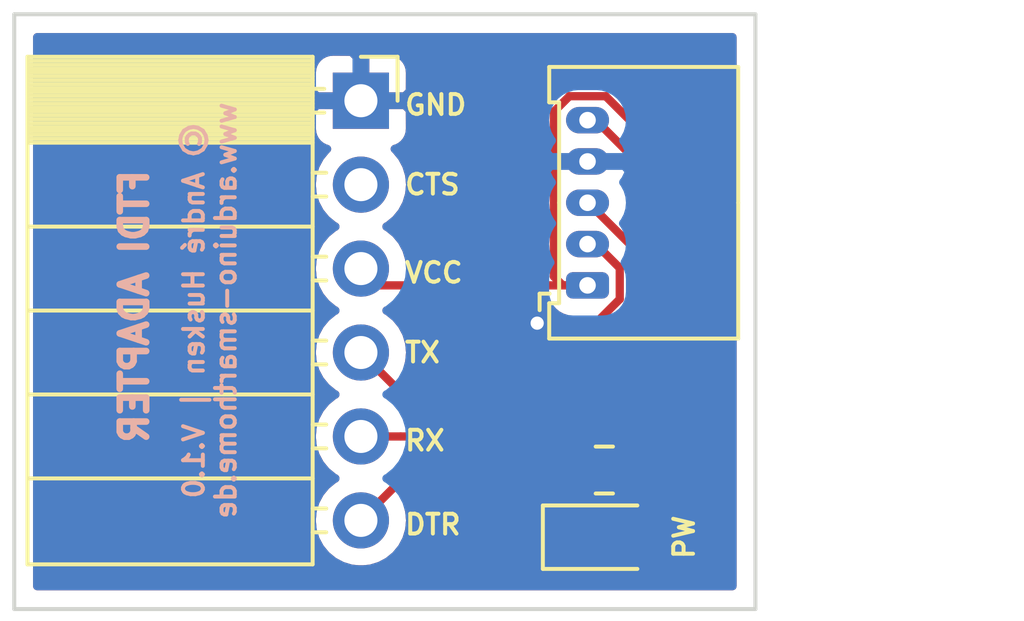
<source format=kicad_pcb>
(kicad_pcb (version 20171130) (host pcbnew "(5.1.2-1)-1")

  (general
    (thickness 1.6)
    (drawings 12)
    (tracks 32)
    (zones 0)
    (modules 4)
    (nets 7)
  )

  (page A4)
  (layers
    (0 F.Cu signal)
    (31 B.Cu signal)
    (32 B.Adhes user)
    (33 F.Adhes user)
    (34 B.Paste user)
    (35 F.Paste user)
    (36 B.SilkS user)
    (37 F.SilkS user)
    (38 B.Mask user)
    (39 F.Mask user)
    (40 Dwgs.User user)
    (41 Cmts.User user)
    (42 Eco1.User user)
    (43 Eco2.User user)
    (44 Edge.Cuts user)
    (45 Margin user)
    (46 B.CrtYd user)
    (47 F.CrtYd user)
    (48 B.Fab user)
    (49 F.Fab user)
  )

  (setup
    (last_trace_width 0.25)
    (trace_clearance 0.2)
    (zone_clearance 0.508)
    (zone_45_only no)
    (trace_min 0.2)
    (via_size 0.8)
    (via_drill 0.4)
    (via_min_size 0.4)
    (via_min_drill 0.3)
    (uvia_size 0.3)
    (uvia_drill 0.1)
    (uvias_allowed no)
    (uvia_min_size 0.2)
    (uvia_min_drill 0.1)
    (edge_width 0.05)
    (segment_width 0.2)
    (pcb_text_width 0.3)
    (pcb_text_size 1.5 1.5)
    (mod_edge_width 0.12)
    (mod_text_size 1 1)
    (mod_text_width 0.15)
    (pad_size 1.524 1.524)
    (pad_drill 0.762)
    (pad_to_mask_clearance 0.051)
    (solder_mask_min_width 0.25)
    (aux_axis_origin 0 0)
    (visible_elements FFFFFF7F)
    (pcbplotparams
      (layerselection 0x010fc_ffffffff)
      (usegerberextensions false)
      (usegerberattributes false)
      (usegerberadvancedattributes false)
      (creategerberjobfile false)
      (excludeedgelayer true)
      (linewidth 0.100000)
      (plotframeref false)
      (viasonmask false)
      (mode 1)
      (useauxorigin false)
      (hpglpennumber 1)
      (hpglpenspeed 20)
      (hpglpendiameter 15.000000)
      (psnegative false)
      (psa4output false)
      (plotreference true)
      (plotvalue true)
      (plotinvisibletext false)
      (padsonsilk false)
      (subtractmaskfromsilk false)
      (outputformat 1)
      (mirror false)
      (drillshape 0)
      (scaleselection 1)
      (outputdirectory "Gerber/"))
  )

  (net 0 "")
  (net 1 GND)
  (net 2 "Net-(D1-Pad2)")
  (net 3 VCC)
  (net 4 TX)
  (net 5 RX)
  (net 6 DTR)

  (net_class Default "Dies ist die voreingestellte Netzklasse."
    (clearance 0.2)
    (trace_width 0.25)
    (via_dia 0.8)
    (via_drill 0.4)
    (uvia_dia 0.3)
    (uvia_drill 0.1)
    (add_net DTR)
    (add_net GND)
    (add_net "Net-(D1-Pad2)")
    (add_net RX)
    (add_net TX)
    (add_net VCC)
  )

  (module LED_SMD:LED_0805_2012Metric_Pad1.15x1.40mm_HandSolder (layer F.Cu) (tedit 5B4B45C9) (tstamp 5DC1DDD9)
    (at 117.856 115.824)
    (descr "LED SMD 0805 (2012 Metric), square (rectangular) end terminal, IPC_7351 nominal, (Body size source: https://docs.google.com/spreadsheets/d/1BsfQQcO9C6DZCsRaXUlFlo91Tg2WpOkGARC1WS5S8t0/edit?usp=sharing), generated with kicad-footprint-generator")
    (tags "LED handsolder")
    (path /5DCA62F7)
    (attr smd)
    (fp_text reference D1 (at 2.238999 -0.131001 270) (layer F.SilkS) hide
      (effects (font (size 0.6 0.6) (thickness 0.12)))
    )
    (fp_text value PW (at 2.413 0 90) (layer F.SilkS)
      (effects (font (size 0.6 0.6) (thickness 0.12)))
    )
    (fp_line (start 1 -0.6) (end -0.7 -0.6) (layer F.Fab) (width 0.1))
    (fp_line (start -0.7 -0.6) (end -1 -0.3) (layer F.Fab) (width 0.1))
    (fp_line (start -1 -0.3) (end -1 0.6) (layer F.Fab) (width 0.1))
    (fp_line (start -1 0.6) (end 1 0.6) (layer F.Fab) (width 0.1))
    (fp_line (start 1 0.6) (end 1 -0.6) (layer F.Fab) (width 0.1))
    (fp_line (start 1 -0.96) (end -1.86 -0.96) (layer F.SilkS) (width 0.12))
    (fp_line (start -1.86 -0.96) (end -1.86 0.96) (layer F.SilkS) (width 0.12))
    (fp_line (start -1.86 0.96) (end 1 0.96) (layer F.SilkS) (width 0.12))
    (fp_line (start -1.85 0.95) (end -1.85 -0.95) (layer F.CrtYd) (width 0.05))
    (fp_line (start -1.85 -0.95) (end 1.85 -0.95) (layer F.CrtYd) (width 0.05))
    (fp_line (start 1.85 -0.95) (end 1.85 0.95) (layer F.CrtYd) (width 0.05))
    (fp_line (start 1.85 0.95) (end -1.85 0.95) (layer F.CrtYd) (width 0.05))
    (fp_text user %R (at 0 0) (layer F.Fab)
      (effects (font (size 0.5 0.5) (thickness 0.08)))
    )
    (pad 1 smd roundrect (at -1.025 0) (size 1.15 1.4) (layers F.Cu F.Paste F.Mask) (roundrect_rratio 0.217391)
      (net 1 GND))
    (pad 2 smd roundrect (at 1.025 0) (size 1.15 1.4) (layers F.Cu F.Paste F.Mask) (roundrect_rratio 0.217391)
      (net 2 "Net-(D1-Pad2)"))
    (model ${KISYS3DMOD}/LED_SMD.3dshapes/LED_0805_2012Metric.wrl
      (at (xyz 0 0 0))
      (scale (xyz 1 1 1))
      (rotate (xyz 0 0 0))
    )
  )

  (module Connector_PinSocket_2.54mm:PinSocket_1x06_P2.54mm_Horizontal (layer F.Cu) (tedit 5A19A42D) (tstamp 5DC1DE2B)
    (at 110.49 102.616)
    (descr "Through hole angled socket strip, 1x06, 2.54mm pitch, 8.51mm socket length, single row (from Kicad 4.0.7), script generated")
    (tags "Through hole angled socket strip THT 1x06 2.54mm single row")
    (path /5DCA3A4D)
    (fp_text reference J1 (at -4.38 -2.77) (layer F.SilkS) hide
      (effects (font (size 1 1) (thickness 0.15)))
    )
    (fp_text value Conn_01x06_Female (at -4.38 15.47) (layer F.Fab) hide
      (effects (font (size 1 1) (thickness 0.15)))
    )
    (fp_line (start -10.03 -1.27) (end -2.49 -1.27) (layer F.Fab) (width 0.1))
    (fp_line (start -2.49 -1.27) (end -1.52 -0.3) (layer F.Fab) (width 0.1))
    (fp_line (start -1.52 -0.3) (end -1.52 13.97) (layer F.Fab) (width 0.1))
    (fp_line (start -1.52 13.97) (end -10.03 13.97) (layer F.Fab) (width 0.1))
    (fp_line (start -10.03 13.97) (end -10.03 -1.27) (layer F.Fab) (width 0.1))
    (fp_line (start 0 -0.3) (end -1.52 -0.3) (layer F.Fab) (width 0.1))
    (fp_line (start -1.52 0.3) (end 0 0.3) (layer F.Fab) (width 0.1))
    (fp_line (start 0 0.3) (end 0 -0.3) (layer F.Fab) (width 0.1))
    (fp_line (start 0 2.24) (end -1.52 2.24) (layer F.Fab) (width 0.1))
    (fp_line (start -1.52 2.84) (end 0 2.84) (layer F.Fab) (width 0.1))
    (fp_line (start 0 2.84) (end 0 2.24) (layer F.Fab) (width 0.1))
    (fp_line (start 0 4.78) (end -1.52 4.78) (layer F.Fab) (width 0.1))
    (fp_line (start -1.52 5.38) (end 0 5.38) (layer F.Fab) (width 0.1))
    (fp_line (start 0 5.38) (end 0 4.78) (layer F.Fab) (width 0.1))
    (fp_line (start 0 7.32) (end -1.52 7.32) (layer F.Fab) (width 0.1))
    (fp_line (start -1.52 7.92) (end 0 7.92) (layer F.Fab) (width 0.1))
    (fp_line (start 0 7.92) (end 0 7.32) (layer F.Fab) (width 0.1))
    (fp_line (start 0 9.86) (end -1.52 9.86) (layer F.Fab) (width 0.1))
    (fp_line (start -1.52 10.46) (end 0 10.46) (layer F.Fab) (width 0.1))
    (fp_line (start 0 10.46) (end 0 9.86) (layer F.Fab) (width 0.1))
    (fp_line (start 0 12.4) (end -1.52 12.4) (layer F.Fab) (width 0.1))
    (fp_line (start -1.52 13) (end 0 13) (layer F.Fab) (width 0.1))
    (fp_line (start 0 13) (end 0 12.4) (layer F.Fab) (width 0.1))
    (fp_line (start -10.09 -1.21) (end -1.46 -1.21) (layer F.SilkS) (width 0.12))
    (fp_line (start -10.09 -1.091905) (end -1.46 -1.091905) (layer F.SilkS) (width 0.12))
    (fp_line (start -10.09 -0.97381) (end -1.46 -0.97381) (layer F.SilkS) (width 0.12))
    (fp_line (start -10.09 -0.855715) (end -1.46 -0.855715) (layer F.SilkS) (width 0.12))
    (fp_line (start -10.09 -0.73762) (end -1.46 -0.73762) (layer F.SilkS) (width 0.12))
    (fp_line (start -10.09 -0.619525) (end -1.46 -0.619525) (layer F.SilkS) (width 0.12))
    (fp_line (start -10.09 -0.50143) (end -1.46 -0.50143) (layer F.SilkS) (width 0.12))
    (fp_line (start -10.09 -0.383335) (end -1.46 -0.383335) (layer F.SilkS) (width 0.12))
    (fp_line (start -10.09 -0.26524) (end -1.46 -0.26524) (layer F.SilkS) (width 0.12))
    (fp_line (start -10.09 -0.147145) (end -1.46 -0.147145) (layer F.SilkS) (width 0.12))
    (fp_line (start -10.09 -0.02905) (end -1.46 -0.02905) (layer F.SilkS) (width 0.12))
    (fp_line (start -10.09 0.089045) (end -1.46 0.089045) (layer F.SilkS) (width 0.12))
    (fp_line (start -10.09 0.20714) (end -1.46 0.20714) (layer F.SilkS) (width 0.12))
    (fp_line (start -10.09 0.325235) (end -1.46 0.325235) (layer F.SilkS) (width 0.12))
    (fp_line (start -10.09 0.44333) (end -1.46 0.44333) (layer F.SilkS) (width 0.12))
    (fp_line (start -10.09 0.561425) (end -1.46 0.561425) (layer F.SilkS) (width 0.12))
    (fp_line (start -10.09 0.67952) (end -1.46 0.67952) (layer F.SilkS) (width 0.12))
    (fp_line (start -10.09 0.797615) (end -1.46 0.797615) (layer F.SilkS) (width 0.12))
    (fp_line (start -10.09 0.91571) (end -1.46 0.91571) (layer F.SilkS) (width 0.12))
    (fp_line (start -10.09 1.033805) (end -1.46 1.033805) (layer F.SilkS) (width 0.12))
    (fp_line (start -10.09 1.1519) (end -1.46 1.1519) (layer F.SilkS) (width 0.12))
    (fp_line (start -1.46 -0.36) (end -1.11 -0.36) (layer F.SilkS) (width 0.12))
    (fp_line (start -1.46 0.36) (end -1.11 0.36) (layer F.SilkS) (width 0.12))
    (fp_line (start -1.46 2.18) (end -1.05 2.18) (layer F.SilkS) (width 0.12))
    (fp_line (start -1.46 2.9) (end -1.05 2.9) (layer F.SilkS) (width 0.12))
    (fp_line (start -1.46 4.72) (end -1.05 4.72) (layer F.SilkS) (width 0.12))
    (fp_line (start -1.46 5.44) (end -1.05 5.44) (layer F.SilkS) (width 0.12))
    (fp_line (start -1.46 7.26) (end -1.05 7.26) (layer F.SilkS) (width 0.12))
    (fp_line (start -1.46 7.98) (end -1.05 7.98) (layer F.SilkS) (width 0.12))
    (fp_line (start -1.46 9.8) (end -1.05 9.8) (layer F.SilkS) (width 0.12))
    (fp_line (start -1.46 10.52) (end -1.05 10.52) (layer F.SilkS) (width 0.12))
    (fp_line (start -1.46 12.34) (end -1.05 12.34) (layer F.SilkS) (width 0.12))
    (fp_line (start -1.46 13.06) (end -1.05 13.06) (layer F.SilkS) (width 0.12))
    (fp_line (start -10.09 1.27) (end -1.46 1.27) (layer F.SilkS) (width 0.12))
    (fp_line (start -10.09 3.81) (end -1.46 3.81) (layer F.SilkS) (width 0.12))
    (fp_line (start -10.09 6.35) (end -1.46 6.35) (layer F.SilkS) (width 0.12))
    (fp_line (start -10.09 8.89) (end -1.46 8.89) (layer F.SilkS) (width 0.12))
    (fp_line (start -10.09 11.43) (end -1.46 11.43) (layer F.SilkS) (width 0.12))
    (fp_line (start -10.09 -1.33) (end -1.46 -1.33) (layer F.SilkS) (width 0.12))
    (fp_line (start -1.46 -1.33) (end -1.46 14.03) (layer F.SilkS) (width 0.12))
    (fp_line (start -10.09 14.03) (end -1.46 14.03) (layer F.SilkS) (width 0.12))
    (fp_line (start -10.09 -1.33) (end -10.09 14.03) (layer F.SilkS) (width 0.12))
    (fp_line (start 1.11 -1.33) (end 1.11 0) (layer F.SilkS) (width 0.12))
    (fp_line (start 0 -1.33) (end 1.11 -1.33) (layer F.SilkS) (width 0.12))
    (fp_line (start 1.75 -1.8) (end -10.55 -1.8) (layer F.CrtYd) (width 0.05))
    (fp_line (start -10.55 -1.8) (end -10.55 14.45) (layer F.CrtYd) (width 0.05))
    (fp_line (start -10.55 14.45) (end 1.75 14.45) (layer F.CrtYd) (width 0.05))
    (fp_line (start 1.75 14.45) (end 1.75 -1.8) (layer F.CrtYd) (width 0.05))
    (fp_text user %R (at -5.775 6.35 90) (layer F.Fab)
      (effects (font (size 1 1) (thickness 0.15)))
    )
    (pad 1 thru_hole rect (at 0 0) (size 1.7 1.7) (drill 1) (layers *.Cu *.Mask)
      (net 1 GND))
    (pad 2 thru_hole oval (at 0 2.54) (size 1.7 1.7) (drill 1) (layers *.Cu *.Mask))
    (pad 3 thru_hole oval (at 0 5.08) (size 1.7 1.7) (drill 1) (layers *.Cu *.Mask)
      (net 3 VCC))
    (pad 4 thru_hole oval (at 0 7.62) (size 1.7 1.7) (drill 1) (layers *.Cu *.Mask)
      (net 4 TX))
    (pad 5 thru_hole oval (at 0 10.16) (size 1.7 1.7) (drill 1) (layers *.Cu *.Mask)
      (net 5 RX))
    (pad 6 thru_hole oval (at 0 12.7) (size 1.7 1.7) (drill 1) (layers *.Cu *.Mask)
      (net 6 DTR))
    (model ${KISYS3DMOD}/Connector_PinSocket_2.54mm.3dshapes/PinSocket_1x06_P2.54mm_Horizontal.wrl
      (at (xyz 0 0 0))
      (scale (xyz 1 1 1))
      (rotate (xyz 0 0 0))
    )
  )

  (module Connector_Molex:Molex_PicoBlade_53048-0510_1x05_P1.25mm_Horizontal (layer F.Cu) (tedit 5B783024) (tstamp 5DC1DE57)
    (at 117.348 108.204 90)
    (descr "Molex PicoBlade Connector System, 53048-0510, 5 Pins per row (http://www.molex.com/pdm_docs/sd/530480210_sd.pdf), generated with kicad-footprint-generator")
    (tags "connector Molex PicoBlade top entry")
    (path /5DCA4432)
    (fp_text reference J2 (at 2.5 -1.95 90) (layer F.SilkS) hide
      (effects (font (size 1 1) (thickness 0.15)))
    )
    (fp_text value Conn_01x05_Female (at 3.556 5.334 90) (layer F.Fab) hide
      (effects (font (size 1 1) (thickness 0.15)))
    )
    (fp_line (start -0.25 -1.15) (end -0.25 -1.45) (layer F.SilkS) (width 0.12))
    (fp_line (start -0.25 -1.45) (end -0.75 -1.45) (layer F.SilkS) (width 0.12))
    (fp_line (start -0.5 -0.75) (end 0 -0.042893) (layer F.Fab) (width 0.1))
    (fp_line (start 0 -0.042893) (end 0.5 -0.75) (layer F.Fab) (width 0.1))
    (fp_line (start 2.5 -1.25) (end -0.15 -1.25) (layer F.CrtYd) (width 0.05))
    (fp_line (start -0.15 -1.25) (end -0.15 -1.55) (layer F.CrtYd) (width 0.05))
    (fp_line (start -0.15 -1.55) (end -2 -1.55) (layer F.CrtYd) (width 0.05))
    (fp_line (start -2 -1.55) (end -2 4.95) (layer F.CrtYd) (width 0.05))
    (fp_line (start -2 4.95) (end 2.5 4.95) (layer F.CrtYd) (width 0.05))
    (fp_line (start 2.5 -1.25) (end 5.15 -1.25) (layer F.CrtYd) (width 0.05))
    (fp_line (start 5.15 -1.25) (end 5.15 -1.55) (layer F.CrtYd) (width 0.05))
    (fp_line (start 5.15 -1.55) (end 7 -1.55) (layer F.CrtYd) (width 0.05))
    (fp_line (start 7 -1.55) (end 7 4.95) (layer F.CrtYd) (width 0.05))
    (fp_line (start 7 4.95) (end 2.5 4.95) (layer F.CrtYd) (width 0.05))
    (fp_line (start 2.5 -0.75) (end -0.65 -0.75) (layer F.Fab) (width 0.1))
    (fp_line (start -0.65 -0.75) (end -0.65 -1.05) (layer F.Fab) (width 0.1))
    (fp_line (start -0.65 -1.05) (end -1.5 -1.05) (layer F.Fab) (width 0.1))
    (fp_line (start -1.5 -1.05) (end -1.5 4.45) (layer F.Fab) (width 0.1))
    (fp_line (start -1.5 4.45) (end 2.5 4.45) (layer F.Fab) (width 0.1))
    (fp_line (start 2.5 -0.75) (end 5.65 -0.75) (layer F.Fab) (width 0.1))
    (fp_line (start 5.65 -0.75) (end 5.65 -1.05) (layer F.Fab) (width 0.1))
    (fp_line (start 5.65 -1.05) (end 6.5 -1.05) (layer F.Fab) (width 0.1))
    (fp_line (start 6.5 -1.05) (end 6.5 4.45) (layer F.Fab) (width 0.1))
    (fp_line (start 6.5 4.45) (end 2.5 4.45) (layer F.Fab) (width 0.1))
    (fp_line (start 2.5 -0.86) (end -0.54 -0.86) (layer F.SilkS) (width 0.12))
    (fp_line (start -0.54 -0.86) (end -0.54 -1.16) (layer F.SilkS) (width 0.12))
    (fp_line (start -0.54 -1.16) (end -1.61 -1.16) (layer F.SilkS) (width 0.12))
    (fp_line (start -1.61 -1.16) (end -1.61 4.56) (layer F.SilkS) (width 0.12))
    (fp_line (start -1.61 4.56) (end 2.5 4.56) (layer F.SilkS) (width 0.12))
    (fp_line (start 2.5 -0.86) (end 5.54 -0.86) (layer F.SilkS) (width 0.12))
    (fp_line (start 5.54 -0.86) (end 5.54 -1.16) (layer F.SilkS) (width 0.12))
    (fp_line (start 5.54 -1.16) (end 6.61 -1.16) (layer F.SilkS) (width 0.12))
    (fp_line (start 6.61 -1.16) (end 6.61 4.56) (layer F.SilkS) (width 0.12))
    (fp_line (start 6.61 4.56) (end 2.5 4.56) (layer F.SilkS) (width 0.12))
    (fp_text user %R (at 2.5 3.75 90) (layer F.Fab)
      (effects (font (size 1 1) (thickness 0.15)))
    )
    (pad 1 thru_hole roundrect (at 0 0 90) (size 0.8 1.3) (drill 0.5) (layers *.Cu *.Mask) (roundrect_rratio 0.25)
      (net 3 VCC))
    (pad 2 thru_hole oval (at 1.25 0 90) (size 0.8 1.3) (drill 0.5) (layers *.Cu *.Mask)
      (net 4 TX))
    (pad 3 thru_hole oval (at 2.5 0 90) (size 0.8 1.3) (drill 0.5) (layers *.Cu *.Mask)
      (net 5 RX))
    (pad 4 thru_hole oval (at 3.75 0 90) (size 0.8 1.3) (drill 0.5) (layers *.Cu *.Mask)
      (net 1 GND))
    (pad 5 thru_hole oval (at 5 0 90) (size 0.8 1.3) (drill 0.5) (layers *.Cu *.Mask)
      (net 6 DTR))
    (model ${KISYS3DMOD}/Connector_Molex.3dshapes/Molex_PicoBlade_53048-0510_1x05_P1.25mm_Horizontal.wrl
      (at (xyz 0 0 0))
      (scale (xyz 1 1 1))
      (rotate (xyz 0 0 0))
    )
  )

  (module Resistor_SMD:R_0805_2012Metric_Pad1.15x1.40mm_HandSolder (layer F.Cu) (tedit 5B36C52B) (tstamp 5DC1E24D)
    (at 117.856 113.792)
    (descr "Resistor SMD 0805 (2012 Metric), square (rectangular) end terminal, IPC_7351 nominal with elongated pad for handsoldering. (Body size source: https://docs.google.com/spreadsheets/d/1BsfQQcO9C6DZCsRaXUlFlo91Tg2WpOkGARC1WS5S8t0/edit?usp=sharing), generated with kicad-footprint-generator")
    (tags "resistor handsolder")
    (path /5DCA6713)
    (attr smd)
    (fp_text reference R1 (at 2.54 0 90) (layer F.SilkS) hide
      (effects (font (size 0.6 0.6) (thickness 0.12)))
    )
    (fp_text value 220 (at 0 1.65) (layer F.Fab) hide
      (effects (font (size 1 1) (thickness 0.15)))
    )
    (fp_line (start -1 0.6) (end -1 -0.6) (layer F.Fab) (width 0.1))
    (fp_line (start -1 -0.6) (end 1 -0.6) (layer F.Fab) (width 0.1))
    (fp_line (start 1 -0.6) (end 1 0.6) (layer F.Fab) (width 0.1))
    (fp_line (start 1 0.6) (end -1 0.6) (layer F.Fab) (width 0.1))
    (fp_line (start -0.261252 -0.71) (end 0.261252 -0.71) (layer F.SilkS) (width 0.12))
    (fp_line (start -0.261252 0.71) (end 0.261252 0.71) (layer F.SilkS) (width 0.12))
    (fp_line (start -1.85 0.95) (end -1.85 -0.95) (layer F.CrtYd) (width 0.05))
    (fp_line (start -1.85 -0.95) (end 1.85 -0.95) (layer F.CrtYd) (width 0.05))
    (fp_line (start 1.85 -0.95) (end 1.85 0.95) (layer F.CrtYd) (width 0.05))
    (fp_line (start 1.85 0.95) (end -1.85 0.95) (layer F.CrtYd) (width 0.05))
    (fp_text user %R (at 0 0) (layer F.Fab)
      (effects (font (size 0.5 0.5) (thickness 0.08)))
    )
    (pad 1 smd roundrect (at -1.025 0) (size 1.15 1.4) (layers F.Cu F.Paste F.Mask) (roundrect_rratio 0.217391)
      (net 3 VCC))
    (pad 2 smd roundrect (at 1.025 0) (size 1.15 1.4) (layers F.Cu F.Paste F.Mask) (roundrect_rratio 0.217391)
      (net 2 "Net-(D1-Pad2)"))
    (model ${KISYS3DMOD}/Resistor_SMD.3dshapes/R_0805_2012Metric.wrl
      (at (xyz 0 0 0))
      (scale (xyz 1 1 1))
      (rotate (xyz 0 0 0))
    )
  )

  (gr_text "FTDI ADAPTER" (at 103.632 108.839 90) (layer B.SilkS)
    (effects (font (size 0.8 0.8) (thickness 0.2)) (justify mirror))
  )
  (gr_text DTR (at 111.76 115.443) (layer F.SilkS) (tstamp 5DC1E83B)
    (effects (font (size 0.6 0.6) (thickness 0.12)) (justify left))
  )
  (gr_text RX (at 111.76 112.903) (layer F.SilkS) (tstamp 5DC1E838)
    (effects (font (size 0.6 0.6) (thickness 0.12)) (justify left))
  )
  (gr_text TX (at 111.76 110.236) (layer F.SilkS) (tstamp 5DC1E835)
    (effects (font (size 0.6 0.6) (thickness 0.12)) (justify left))
  )
  (gr_text VCC (at 111.76 107.823) (layer F.SilkS) (tstamp 5DC1E831)
    (effects (font (size 0.6 0.6) (thickness 0.12)) (justify left))
  )
  (gr_text CTS (at 111.76 105.156) (layer F.SilkS) (tstamp 5DC1E82F)
    (effects (font (size 0.6 0.6) (thickness 0.12)) (justify left))
  )
  (gr_text GND (at 111.76 102.743) (layer F.SilkS)
    (effects (font (size 0.6 0.6) (thickness 0.12)) (justify left))
  )
  (gr_text "© André Husken | V.1.0\nwww.arduino-smarthome.de" (at 105.918 108.966 90) (layer B.SilkS)
    (effects (font (size 0.6 0.6) (thickness 0.12)) (justify mirror))
  )
  (gr_line (start 122.428 100) (end 122.428 117.999999) (layer Edge.Cuts) (width 0.12))
  (gr_line (start 100 100) (end 122.428 100) (layer Edge.Cuts) (width 0.12))
  (gr_line (start 100 117.999999) (end 100 100) (layer Edge.Cuts) (width 0.12))
  (gr_line (start 122.428 117.999999) (end 100 117.999999) (layer Edge.Cuts) (width 0.12))

  (via (at 115.824 109.347) (size 0.8) (drill 0.4) (layers F.Cu B.Cu) (net 1))
  (segment (start 118.881 113.792) (end 118.881 115.824) (width 0.25) (layer F.Cu) (net 2))
  (segment (start 110.998 108.204) (end 110.49 107.696) (width 0.25) (layer F.Cu) (net 3))
  (segment (start 117.348 108.204) (end 110.998 108.204) (width 0.25) (layer F.Cu) (net 3))
  (segment (start 116.831 113.792) (end 116.831 112.022706) (width 0.25) (layer F.Cu) (net 3))
  (segment (start 116.831 112.022706) (end 119.673038 109.180668) (width 0.25) (layer F.Cu) (net 3))
  (segment (start 116.797692 102.47899) (end 116.332 102.944682) (width 0.25) (layer F.Cu) (net 3))
  (segment (start 119.673037 104.253719) (end 117.898308 102.47899) (width 0.25) (layer F.Cu) (net 3))
  (segment (start 117.898308 102.47899) (end 116.797692 102.47899) (width 0.25) (layer F.Cu) (net 3))
  (segment (start 119.673038 109.180668) (end 119.673037 104.253719) (width 0.25) (layer F.Cu) (net 3))
  (segment (start 116.598 108.204) (end 117.348 108.204) (width 0.25) (layer F.Cu) (net 3))
  (segment (start 116.332 107.938) (end 116.598 108.204) (width 0.25) (layer F.Cu) (net 3))
  (segment (start 116.332 102.944682) (end 116.332 107.938) (width 0.25) (layer F.Cu) (net 3))
  (segment (start 111.854999 111.600999) (end 110.49 110.236) (width 0.25) (layer F.Cu) (net 4))
  (segment (start 114.618488 112.32599) (end 112.57999 112.32599) (width 0.25) (layer F.Cu) (net 4))
  (segment (start 118.32301 108.621468) (end 114.618488 112.32599) (width 0.25) (layer F.Cu) (net 4))
  (segment (start 117.598 106.954) (end 118.32301 107.67901) (width 0.25) (layer F.Cu) (net 4))
  (segment (start 112.57999 112.32599) (end 111.854999 111.600999) (width 0.25) (layer F.Cu) (net 4))
  (segment (start 118.32301 107.67901) (end 118.32301 108.621468) (width 0.25) (layer F.Cu) (net 4))
  (segment (start 117.348 106.954) (end 117.598 106.954) (width 0.25) (layer F.Cu) (net 4))
  (segment (start 114.804888 112.776) (end 111.692081 112.776) (width 0.25) (layer F.Cu) (net 5))
  (segment (start 118.773019 108.807869) (end 114.804888 112.776) (width 0.25) (layer F.Cu) (net 5))
  (segment (start 118.77302 107.103702) (end 118.773019 108.807869) (width 0.25) (layer F.Cu) (net 5))
  (segment (start 117.373318 105.704) (end 118.77302 107.103702) (width 0.25) (layer F.Cu) (net 5))
  (segment (start 111.692081 112.776) (end 110.49 112.776) (width 0.25) (layer F.Cu) (net 5))
  (segment (start 117.348 105.704) (end 117.373318 105.704) (width 0.25) (layer F.Cu) (net 5))
  (segment (start 114.991288 113.22601) (end 112.57999 113.22601) (width 0.25) (layer F.Cu) (net 6))
  (segment (start 119.223028 108.99427) (end 114.991288 113.22601) (width 0.25) (layer F.Cu) (net 6))
  (segment (start 117.348 103.204) (end 117.598 103.204) (width 0.25) (layer F.Cu) (net 6))
  (segment (start 119.223028 104.829028) (end 119.223028 108.99427) (width 0.25) (layer F.Cu) (net 6))
  (segment (start 112.57999 113.22601) (end 110.49 115.316) (width 0.25) (layer F.Cu) (net 6))
  (segment (start 117.598 103.204) (end 119.223028 104.829028) (width 0.25) (layer F.Cu) (net 6))

  (zone (net 1) (net_name GND) (layer F.Cu) (tstamp 5DC1E9FE) (hatch edge 0.508)
    (connect_pads (clearance 0.508))
    (min_thickness 0.254)
    (fill yes (arc_segments 32) (thermal_gap 0.508) (thermal_bridge_width 0.508))
    (polygon
      (pts
        (xy 99.568 99.568) (xy 130.556 99.568) (xy 130.556 118.364) (xy 99.568 118.364)
      )
    )
    (filled_polygon
      (pts
        (xy 121.733001 117.304999) (xy 100.695 117.304999) (xy 100.695 105.156) (xy 108.997815 105.156) (xy 109.026487 105.447111)
        (xy 109.111401 105.727034) (xy 109.249294 105.985014) (xy 109.434866 106.211134) (xy 109.660986 106.396706) (xy 109.715791 106.426)
        (xy 109.660986 106.455294) (xy 109.434866 106.640866) (xy 109.249294 106.866986) (xy 109.111401 107.124966) (xy 109.026487 107.404889)
        (xy 108.997815 107.696) (xy 109.026487 107.987111) (xy 109.111401 108.267034) (xy 109.249294 108.525014) (xy 109.434866 108.751134)
        (xy 109.660986 108.936706) (xy 109.715791 108.966) (xy 109.660986 108.995294) (xy 109.434866 109.180866) (xy 109.249294 109.406986)
        (xy 109.111401 109.664966) (xy 109.026487 109.944889) (xy 108.997815 110.236) (xy 109.026487 110.527111) (xy 109.111401 110.807034)
        (xy 109.249294 111.065014) (xy 109.434866 111.291134) (xy 109.660986 111.476706) (xy 109.715791 111.506) (xy 109.660986 111.535294)
        (xy 109.434866 111.720866) (xy 109.249294 111.946986) (xy 109.111401 112.204966) (xy 109.026487 112.484889) (xy 108.997815 112.776)
        (xy 109.026487 113.067111) (xy 109.111401 113.347034) (xy 109.249294 113.605014) (xy 109.434866 113.831134) (xy 109.660986 114.016706)
        (xy 109.715791 114.046) (xy 109.660986 114.075294) (xy 109.434866 114.260866) (xy 109.249294 114.486986) (xy 109.111401 114.744966)
        (xy 109.026487 115.024889) (xy 108.997815 115.316) (xy 109.026487 115.607111) (xy 109.111401 115.887034) (xy 109.249294 116.145014)
        (xy 109.434866 116.371134) (xy 109.660986 116.556706) (xy 109.918966 116.694599) (xy 110.198889 116.779513) (xy 110.41705 116.801)
        (xy 110.56295 116.801) (xy 110.781111 116.779513) (xy 111.061034 116.694599) (xy 111.319014 116.556706) (xy 111.358866 116.524)
        (xy 115.617928 116.524) (xy 115.630188 116.648482) (xy 115.666498 116.76818) (xy 115.725463 116.878494) (xy 115.804815 116.975185)
        (xy 115.901506 117.054537) (xy 116.01182 117.113502) (xy 116.131518 117.149812) (xy 116.256 117.162072) (xy 116.54525 117.159)
        (xy 116.704 117.00025) (xy 116.704 115.951) (xy 115.77975 115.951) (xy 115.621 116.10975) (xy 115.617928 116.524)
        (xy 111.358866 116.524) (xy 111.545134 116.371134) (xy 111.730706 116.145014) (xy 111.868599 115.887034) (xy 111.953513 115.607111)
        (xy 111.982185 115.316) (xy 111.953513 115.024889) (xy 111.930797 114.950004) (xy 112.894792 113.98601) (xy 114.953966 113.98601)
        (xy 114.991288 113.989686) (xy 115.02861 113.98601) (xy 115.028621 113.98601) (xy 115.140274 113.975013) (xy 115.283535 113.931556)
        (xy 115.415564 113.860984) (xy 115.531289 113.766011) (xy 115.555092 113.737007) (xy 115.617928 113.674171) (xy 115.617928 114.242001)
        (xy 115.634992 114.415255) (xy 115.685528 114.581851) (xy 115.762021 114.724959) (xy 115.725463 114.769506) (xy 115.666498 114.87982)
        (xy 115.630188 114.999518) (xy 115.617928 115.124) (xy 115.621 115.53825) (xy 115.77975 115.697) (xy 116.704 115.697)
        (xy 116.704 115.677) (xy 116.958 115.677) (xy 116.958 115.697) (xy 116.978 115.697) (xy 116.978 115.951)
        (xy 116.958 115.951) (xy 116.958 117.00025) (xy 117.11675 117.159) (xy 117.406 117.162072) (xy 117.530482 117.149812)
        (xy 117.65018 117.113502) (xy 117.760494 117.054537) (xy 117.857185 116.975185) (xy 117.922658 116.895406) (xy 117.928038 116.901962)
        (xy 118.062613 117.012405) (xy 118.216149 117.094472) (xy 118.382745 117.145008) (xy 118.555999 117.162072) (xy 119.206001 117.162072)
        (xy 119.379255 117.145008) (xy 119.545851 117.094472) (xy 119.699387 117.012405) (xy 119.833962 116.901962) (xy 119.944405 116.767387)
        (xy 120.026472 116.613851) (xy 120.077008 116.447255) (xy 120.094072 116.274001) (xy 120.094072 115.373999) (xy 120.077008 115.200745)
        (xy 120.026472 115.034149) (xy 119.944405 114.880613) (xy 119.884813 114.808) (xy 119.944405 114.735387) (xy 120.026472 114.581851)
        (xy 120.077008 114.415255) (xy 120.094072 114.242001) (xy 120.094072 113.341999) (xy 120.077008 113.168745) (xy 120.026472 113.002149)
        (xy 119.944405 112.848613) (xy 119.833962 112.714038) (xy 119.699387 112.603595) (xy 119.545851 112.521528) (xy 119.379255 112.470992)
        (xy 119.206001 112.453928) (xy 118.555999 112.453928) (xy 118.382745 112.470992) (xy 118.216149 112.521528) (xy 118.062613 112.603595)
        (xy 117.928038 112.714038) (xy 117.856 112.801816) (xy 117.783962 112.714038) (xy 117.649387 112.603595) (xy 117.591 112.572386)
        (xy 117.591 112.337507) (xy 120.184046 109.744462) (xy 120.213039 109.720668) (xy 120.236833 109.691675) (xy 120.236837 109.691671)
        (xy 120.308012 109.604944) (xy 120.378584 109.472915) (xy 120.422041 109.329654) (xy 120.423449 109.315354) (xy 120.433038 109.218)
        (xy 120.433038 109.217993) (xy 120.436714 109.180668) (xy 120.433038 109.143343) (xy 120.433036 104.291051) (xy 120.436713 104.253719)
        (xy 120.422039 104.104733) (xy 120.378583 103.961472) (xy 120.308011 103.829443) (xy 120.236836 103.742716) (xy 120.236831 103.742711)
        (xy 120.213037 103.713718) (xy 120.184044 103.689924) (xy 118.462112 101.967993) (xy 118.438309 101.938989) (xy 118.322584 101.844016)
        (xy 118.190555 101.773444) (xy 118.047294 101.729987) (xy 117.935641 101.71899) (xy 117.93563 101.71899) (xy 117.898308 101.715314)
        (xy 117.860986 101.71899) (xy 116.835015 101.71899) (xy 116.797692 101.715314) (xy 116.760369 101.71899) (xy 116.760359 101.71899)
        (xy 116.648706 101.729987) (xy 116.505445 101.773444) (xy 116.373415 101.844016) (xy 116.330838 101.878959) (xy 116.257691 101.938989)
        (xy 116.233888 101.967993) (xy 115.821003 102.380878) (xy 115.791999 102.404681) (xy 115.739539 102.468604) (xy 115.697026 102.520406)
        (xy 115.671038 102.569026) (xy 115.626454 102.652436) (xy 115.582997 102.795697) (xy 115.572 102.90735) (xy 115.572 102.90736)
        (xy 115.568324 102.944682) (xy 115.572 102.982005) (xy 115.572001 107.444) (xy 111.957365 107.444) (xy 111.953513 107.404889)
        (xy 111.868599 107.124966) (xy 111.730706 106.866986) (xy 111.545134 106.640866) (xy 111.319014 106.455294) (xy 111.264209 106.426)
        (xy 111.319014 106.396706) (xy 111.545134 106.211134) (xy 111.730706 105.985014) (xy 111.868599 105.727034) (xy 111.953513 105.447111)
        (xy 111.982185 105.156) (xy 111.953513 104.864889) (xy 111.868599 104.584966) (xy 111.730706 104.326986) (xy 111.545134 104.100866)
        (xy 111.515313 104.076393) (xy 111.58418 104.055502) (xy 111.694494 103.996537) (xy 111.791185 103.917185) (xy 111.870537 103.820494)
        (xy 111.929502 103.71018) (xy 111.965812 103.590482) (xy 111.978072 103.466) (xy 111.975 102.90175) (xy 111.81625 102.743)
        (xy 110.617 102.743) (xy 110.617 102.763) (xy 110.363 102.763) (xy 110.363 102.743) (xy 109.16375 102.743)
        (xy 109.005 102.90175) (xy 109.001928 103.466) (xy 109.014188 103.590482) (xy 109.050498 103.71018) (xy 109.109463 103.820494)
        (xy 109.188815 103.917185) (xy 109.285506 103.996537) (xy 109.39582 104.055502) (xy 109.464687 104.076393) (xy 109.434866 104.100866)
        (xy 109.249294 104.326986) (xy 109.111401 104.584966) (xy 109.026487 104.864889) (xy 108.997815 105.156) (xy 100.695 105.156)
        (xy 100.695 101.766) (xy 109.001928 101.766) (xy 109.005 102.33025) (xy 109.16375 102.489) (xy 110.363 102.489)
        (xy 110.363 101.28975) (xy 110.617 101.28975) (xy 110.617 102.489) (xy 111.81625 102.489) (xy 111.975 102.33025)
        (xy 111.978072 101.766) (xy 111.965812 101.641518) (xy 111.929502 101.52182) (xy 111.870537 101.411506) (xy 111.791185 101.314815)
        (xy 111.694494 101.235463) (xy 111.58418 101.176498) (xy 111.464482 101.140188) (xy 111.34 101.127928) (xy 110.77575 101.131)
        (xy 110.617 101.28975) (xy 110.363 101.28975) (xy 110.20425 101.131) (xy 109.64 101.127928) (xy 109.515518 101.140188)
        (xy 109.39582 101.176498) (xy 109.285506 101.235463) (xy 109.188815 101.314815) (xy 109.109463 101.411506) (xy 109.050498 101.52182)
        (xy 109.014188 101.641518) (xy 109.001928 101.766) (xy 100.695 101.766) (xy 100.695 100.695) (xy 121.733 100.695)
      )
    )
    (filled_polygon
      (pts
        (xy 116.305394 108.996606) (xy 116.432392 109.100831) (xy 116.577284 109.178278) (xy 116.664839 109.204837) (xy 114.303687 111.56599)
        (xy 112.894792 111.56599) (xy 112.418802 111.090001) (xy 112.418798 111.089996) (xy 111.930797 110.601995) (xy 111.953513 110.527111)
        (xy 111.982185 110.236) (xy 111.953513 109.944889) (xy 111.868599 109.664966) (xy 111.730706 109.406986) (xy 111.545134 109.180866)
        (xy 111.319014 108.995294) (xy 111.264209 108.966) (xy 111.26795 108.964) (xy 116.278635 108.964)
      )
    )
    (filled_polygon
      (pts
        (xy 117.475 104.327) (xy 117.495 104.327) (xy 117.495 104.581) (xy 117.475 104.581) (xy 117.475 104.601)
        (xy 117.221 104.601) (xy 117.221 104.581) (xy 117.201 104.581) (xy 117.201 104.327) (xy 117.221 104.327)
        (xy 117.221 104.307) (xy 117.475 104.307)
      )
    )
  )
  (zone (net 1) (net_name GND) (layer B.Cu) (tstamp 5DC1E9FB) (hatch edge 0.508)
    (connect_pads (clearance 0.508))
    (min_thickness 0.254)
    (fill yes (arc_segments 32) (thermal_gap 0.508) (thermal_bridge_width 0.508))
    (polygon
      (pts
        (xy 99.568 99.568) (xy 122.936 99.568) (xy 122.936 118.364) (xy 99.568 118.364)
      )
    )
    (filled_polygon
      (pts
        (xy 121.733001 117.304999) (xy 100.695 117.304999) (xy 100.695 105.156) (xy 108.997815 105.156) (xy 109.026487 105.447111)
        (xy 109.111401 105.727034) (xy 109.249294 105.985014) (xy 109.434866 106.211134) (xy 109.660986 106.396706) (xy 109.715791 106.426)
        (xy 109.660986 106.455294) (xy 109.434866 106.640866) (xy 109.249294 106.866986) (xy 109.111401 107.124966) (xy 109.026487 107.404889)
        (xy 108.997815 107.696) (xy 109.026487 107.987111) (xy 109.111401 108.267034) (xy 109.249294 108.525014) (xy 109.434866 108.751134)
        (xy 109.660986 108.936706) (xy 109.715791 108.966) (xy 109.660986 108.995294) (xy 109.434866 109.180866) (xy 109.249294 109.406986)
        (xy 109.111401 109.664966) (xy 109.026487 109.944889) (xy 108.997815 110.236) (xy 109.026487 110.527111) (xy 109.111401 110.807034)
        (xy 109.249294 111.065014) (xy 109.434866 111.291134) (xy 109.660986 111.476706) (xy 109.715791 111.506) (xy 109.660986 111.535294)
        (xy 109.434866 111.720866) (xy 109.249294 111.946986) (xy 109.111401 112.204966) (xy 109.026487 112.484889) (xy 108.997815 112.776)
        (xy 109.026487 113.067111) (xy 109.111401 113.347034) (xy 109.249294 113.605014) (xy 109.434866 113.831134) (xy 109.660986 114.016706)
        (xy 109.715791 114.046) (xy 109.660986 114.075294) (xy 109.434866 114.260866) (xy 109.249294 114.486986) (xy 109.111401 114.744966)
        (xy 109.026487 115.024889) (xy 108.997815 115.316) (xy 109.026487 115.607111) (xy 109.111401 115.887034) (xy 109.249294 116.145014)
        (xy 109.434866 116.371134) (xy 109.660986 116.556706) (xy 109.918966 116.694599) (xy 110.198889 116.779513) (xy 110.41705 116.801)
        (xy 110.56295 116.801) (xy 110.781111 116.779513) (xy 111.061034 116.694599) (xy 111.319014 116.556706) (xy 111.545134 116.371134)
        (xy 111.730706 116.145014) (xy 111.868599 115.887034) (xy 111.953513 115.607111) (xy 111.982185 115.316) (xy 111.953513 115.024889)
        (xy 111.868599 114.744966) (xy 111.730706 114.486986) (xy 111.545134 114.260866) (xy 111.319014 114.075294) (xy 111.264209 114.046)
        (xy 111.319014 114.016706) (xy 111.545134 113.831134) (xy 111.730706 113.605014) (xy 111.868599 113.347034) (xy 111.953513 113.067111)
        (xy 111.982185 112.776) (xy 111.953513 112.484889) (xy 111.868599 112.204966) (xy 111.730706 111.946986) (xy 111.545134 111.720866)
        (xy 111.319014 111.535294) (xy 111.264209 111.506) (xy 111.319014 111.476706) (xy 111.545134 111.291134) (xy 111.730706 111.065014)
        (xy 111.868599 110.807034) (xy 111.953513 110.527111) (xy 111.982185 110.236) (xy 111.953513 109.944889) (xy 111.868599 109.664966)
        (xy 111.730706 109.406986) (xy 111.545134 109.180866) (xy 111.319014 108.995294) (xy 111.264209 108.966) (xy 111.319014 108.936706)
        (xy 111.545134 108.751134) (xy 111.730706 108.525014) (xy 111.868599 108.267034) (xy 111.953513 107.987111) (xy 111.982185 107.696)
        (xy 111.953513 107.404889) (xy 111.868599 107.124966) (xy 111.730706 106.866986) (xy 111.545134 106.640866) (xy 111.319014 106.455294)
        (xy 111.264209 106.426) (xy 111.319014 106.396706) (xy 111.545134 106.211134) (xy 111.730706 105.985014) (xy 111.868599 105.727034)
        (xy 111.875586 105.704) (xy 116.057993 105.704) (xy 116.077976 105.906895) (xy 116.137159 106.101993) (xy 116.233266 106.281797)
        (xy 116.272004 106.329) (xy 116.233266 106.376203) (xy 116.137159 106.556007) (xy 116.077976 106.751105) (xy 116.057993 106.954)
        (xy 116.077976 107.156895) (xy 116.137159 107.351993) (xy 116.222741 107.512106) (xy 116.201169 107.538392) (xy 116.123722 107.683284)
        (xy 116.076031 107.8405) (xy 116.059928 108.004) (xy 116.059928 108.404) (xy 116.076031 108.5675) (xy 116.123722 108.724716)
        (xy 116.201169 108.869608) (xy 116.305394 108.996606) (xy 116.432392 109.100831) (xy 116.577284 109.178278) (xy 116.7345 109.225969)
        (xy 116.898 109.242072) (xy 117.798 109.242072) (xy 117.9615 109.225969) (xy 118.118716 109.178278) (xy 118.263608 109.100831)
        (xy 118.390606 108.996606) (xy 118.494831 108.869608) (xy 118.572278 108.724716) (xy 118.619969 108.5675) (xy 118.636072 108.404)
        (xy 118.636072 108.004) (xy 118.619969 107.8405) (xy 118.572278 107.683284) (xy 118.494831 107.538392) (xy 118.473259 107.512106)
        (xy 118.558841 107.351993) (xy 118.618024 107.156895) (xy 118.638007 106.954) (xy 118.618024 106.751105) (xy 118.558841 106.556007)
        (xy 118.462734 106.376203) (xy 118.423996 106.329) (xy 118.462734 106.281797) (xy 118.558841 106.101993) (xy 118.618024 105.906895)
        (xy 118.638007 105.704) (xy 118.618024 105.501105) (xy 118.558841 105.306007) (xy 118.462734 105.126203) (xy 118.429791 105.086062)
        (xy 118.493255 105.00216) (xy 118.582994 104.816972) (xy 118.592666 104.740123) (xy 118.464998 104.581) (xy 117.475 104.581)
        (xy 117.475 104.601) (xy 117.221 104.601) (xy 117.221 104.581) (xy 116.231002 104.581) (xy 116.103334 104.740123)
        (xy 116.113006 104.816972) (xy 116.202745 105.00216) (xy 116.266209 105.086062) (xy 116.233266 105.126203) (xy 116.137159 105.306007)
        (xy 116.077976 105.501105) (xy 116.057993 105.704) (xy 111.875586 105.704) (xy 111.953513 105.447111) (xy 111.982185 105.156)
        (xy 111.953513 104.864889) (xy 111.868599 104.584966) (xy 111.730706 104.326986) (xy 111.545134 104.100866) (xy 111.515313 104.076393)
        (xy 111.58418 104.055502) (xy 111.694494 103.996537) (xy 111.791185 103.917185) (xy 111.870537 103.820494) (xy 111.929502 103.71018)
        (xy 111.965812 103.590482) (xy 111.978072 103.466) (xy 111.976646 103.204) (xy 116.057993 103.204) (xy 116.077976 103.406895)
        (xy 116.137159 103.601993) (xy 116.233266 103.781797) (xy 116.266209 103.821938) (xy 116.202745 103.90584) (xy 116.113006 104.091028)
        (xy 116.103334 104.167877) (xy 116.231002 104.327) (xy 117.221 104.327) (xy 117.221 104.307) (xy 117.475 104.307)
        (xy 117.475 104.327) (xy 118.464998 104.327) (xy 118.592666 104.167877) (xy 118.582994 104.091028) (xy 118.493255 103.90584)
        (xy 118.429791 103.821938) (xy 118.462734 103.781797) (xy 118.558841 103.601993) (xy 118.618024 103.406895) (xy 118.638007 103.204)
        (xy 118.618024 103.001105) (xy 118.558841 102.806007) (xy 118.462734 102.626203) (xy 118.333396 102.468604) (xy 118.175797 102.339266)
        (xy 117.995993 102.243159) (xy 117.800895 102.183976) (xy 117.648838 102.169) (xy 117.047162 102.169) (xy 116.895105 102.183976)
        (xy 116.700007 102.243159) (xy 116.520203 102.339266) (xy 116.362604 102.468604) (xy 116.233266 102.626203) (xy 116.137159 102.806007)
        (xy 116.077976 103.001105) (xy 116.057993 103.204) (xy 111.976646 103.204) (xy 111.975 102.90175) (xy 111.81625 102.743)
        (xy 110.617 102.743) (xy 110.617 102.763) (xy 110.363 102.763) (xy 110.363 102.743) (xy 109.16375 102.743)
        (xy 109.005 102.90175) (xy 109.001928 103.466) (xy 109.014188 103.590482) (xy 109.050498 103.71018) (xy 109.109463 103.820494)
        (xy 109.188815 103.917185) (xy 109.285506 103.996537) (xy 109.39582 104.055502) (xy 109.464687 104.076393) (xy 109.434866 104.100866)
        (xy 109.249294 104.326986) (xy 109.111401 104.584966) (xy 109.026487 104.864889) (xy 108.997815 105.156) (xy 100.695 105.156)
        (xy 100.695 101.766) (xy 109.001928 101.766) (xy 109.005 102.33025) (xy 109.16375 102.489) (xy 110.363 102.489)
        (xy 110.363 101.28975) (xy 110.617 101.28975) (xy 110.617 102.489) (xy 111.81625 102.489) (xy 111.975 102.33025)
        (xy 111.978072 101.766) (xy 111.965812 101.641518) (xy 111.929502 101.52182) (xy 111.870537 101.411506) (xy 111.791185 101.314815)
        (xy 111.694494 101.235463) (xy 111.58418 101.176498) (xy 111.464482 101.140188) (xy 111.34 101.127928) (xy 110.77575 101.131)
        (xy 110.617 101.28975) (xy 110.363 101.28975) (xy 110.20425 101.131) (xy 109.64 101.127928) (xy 109.515518 101.140188)
        (xy 109.39582 101.176498) (xy 109.285506 101.235463) (xy 109.188815 101.314815) (xy 109.109463 101.411506) (xy 109.050498 101.52182)
        (xy 109.014188 101.641518) (xy 109.001928 101.766) (xy 100.695 101.766) (xy 100.695 100.695) (xy 121.733 100.695)
      )
    )
  )
)

</source>
